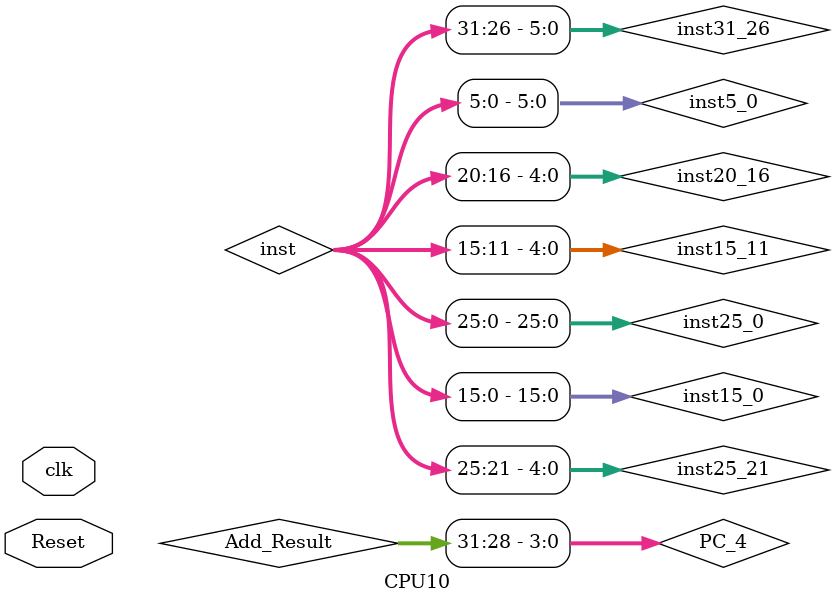
<source format=v>
`timescale 1ns / 1ps
module CPU10(
	input Reset, clk
    );
	//pc 
	wire [31 : 0] PC_Result, PCI;
	
	//Add
	wire [31 : 0] Add_Result;
	
	//IR 
	wire [31 : 0] inst;
	
	//Shift left
	wire [25 : 0] inst25_0;
	wire [27 : 0] SL;
	assign inst25_0 = inst[25 : 0];
	
	//CU
	wire RegDst, Jump, Branch, MemRead, MemtoReg, MemWrite, ALUSrc, RegWrite;
	wire [1 : 0] ALUOp;
	wire [5 : 0] inst31_26;
	assign inst31_26 = inst[31 : 26];

	//RF
	wire [31 : 0] rd_A,rd_B, RM, wd;
	wire [4 : 0] inst25_21;
	wire [4 : 0] inst20_16;
	wire [4 : 0] inst15_11;
	assign inst25_21 = inst[25 : 21];
	assign inst20_16 = inst[20 : 16];
	assign inst15_11 = inst[15 : 11];
	
	//SE
	wire [15 : 0] inst15_0;
	wire [31 : 0] SEOUT;
	assign inst15_0 = inst[15 : 0];
	
	//ALU control
	wire [5 : 0] inst5_0;
	wire [3 : 0] ALUCtrl;
	assign inst5_0 = inst [5 : 0];
	
	//ALU
	wire Zero;
	wire [31 : 0] ALU_Result;
	
	//AND
	wire beq_wire; 
	
	//Jump
	wire [3 : 0] PC_4;
	wire [31 : 0] SJ;
	assign PC_4 = Add_Result[31 : 28];
	
	//other
	wire [4 : 0] wa;
	wire [31 : 0] SA;
	wire [31 : 0] Adder_Result;
	wire [31 : 0] RB;
	wire [31 : 0] MM;
	
	PC U1(
		.PC_Next(PCI),
		.PC_Result(PC_Result),
		.clk(clk)
	);
	
	Add U2(
		.PC_Result(PC_Result),
		.Add_Result(Add_Result)
	);
	
	IR U3(
		.Address(PC_Result),
		.inst(inst)
	);
	
	Shift_left U4(
		.in(inst25_0),
		.out(SL)
	);
	
	CU U5(
		.Opcode(inst31_26),
		.RegDst(RegDst),
		.Branch(Branch),
		.MemRead(MemRead),
		.MemtoReg(MemtoReg),
		.MemWrite(MemWrite),
		.ALUSrc(ALUSrc),
		.RegWrite(RegWrite),
		.Jump(Jump),
		.ALUOp(ALUOp)
	);
	
	MUX21_5 U6(
		.A(inst20_16),
		.B(inst15_11),
		.RegDst(RegDst),
		.MUX_OUT(wa)
	);
	
	RF U7(
		.ra1(inst25_21),
		.ra2(inst20_16),
		.wa(wa),
		.wd(wd),
		.rd1(rd_A),
		.rd2(RM),
		.RegWrite(RegWrite),
		.clk(clk)
	);
	
	SE U8(
		.in_16(inst15_0),
		.out_32(SEOUT)
	);
	
	Left U9(
		.in_32(SEOUT),
		.out_32(SA)
	);
	
	MUX21_32 U10(
		.A(RM),
		.B(SEOUT),
		.MUX_OUT(rd_B),
		.SEL(ALUSrc)
	);
	
	ALUcontrol U11(
		.ALUOp(ALUOp),
		.FunCode(inst5_0),
		.AC(ALUCtrl)
	);
	
	Adder U12(
		.A(Add_Result),
		.B(SA),
		.Adder_out(Adder_Result)
	);
	
	ALU U13(
		.rs(rd_A),
		.rt(rd_B),
		.Zero(Zero),
		.ALUOut(ALU_Result),
		.ALUctrl(ALUCtrl)
	);
	
	Mem U14(
		.Address(ALU_Result),
		.Write_Data(RM),
		.MemWrite(MemWrite),
		.MemRead(MemRead),
		.Read_Data(RB),
		.clk(clk)
	);
	
	AND U15(
		.A(Branch),
		.B(Zero),
		.AND_OUT(beq_wire)
	);
	
	MUX21_32 U16(
		.A(Add_Result),
		.B(Adder_Result),
		.SEL(beq_wire),
		.MUX_OUT(MM)
	);
	
	MUX21_32 U17(
		.A(MM),
		.B(SJ),
		.SEL(Jump),
		.MUX_OUT(PCI)
	);
	
	MUX21_32 U18(
		.A(ALU_Result),
		.B(RB),
		.SEL(MemtoReg),
		.MUX_OUT(wd)
	);
	
	Jump U19(
		.in1(SL),
		.in2(PC_4),
		.out(SJ)
	);
endmodule

</source>
